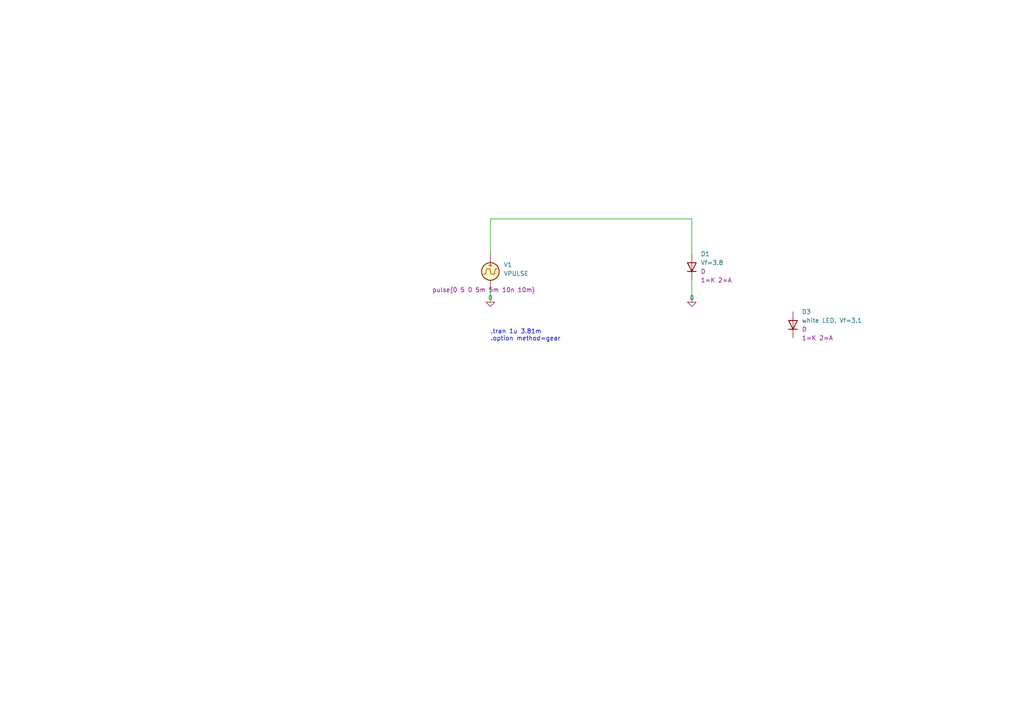
<source format=kicad_sch>
(kicad_sch (version 20230121) (generator eeschema)
  (paper "A4")
  (lib_symbols
    (symbol "Simulation_SPICE:0" (power) (pin_names (offset 0))
      (property "Value" "0" (at 0 -1.778 0))
      (symbol "0_0_1"
        (polyline (pts (xy -1.27 0) (xy 0 -1.27) (xy 1.27 0) (xy -1.27 0)))
      )
      (symbol "0_1_1"
        (pin power_in line (at 0 0 0) (length 0) hide (name "0") (number "1"))
      )
    )
    (symbol "Simulation_SPICE:D" (pin_numbers hide) (pin_names (offset 1.016) hide)
      (property "Reference" "D" (at 0 2.54 0))
      (property "Value" "D" (at 0 -2.54 0))
      (property "Sim.Device" "D" (at 0 0 0))
      (property "Sim.Pins" "1=K 2=A" (at 0 0 0))
      (symbol "D_0_1"
        (polyline (pts (xy -1.27 1.27) (xy -1.27 -1.27)) (stroke (width 0.254)))
        (polyline (pts (xy 1.27 0) (xy -1.27 0)))
        (polyline (pts (xy 1.27 1.27) (xy 1.27 -1.27) (xy -1.27 0) (xy 1.27 1.27)) (stroke (width 0.254)))
      )
      (symbol "D_1_1"
        (pin passive line (at -3.81 0 0) (length 2.54) (name "K") (number "1"))
        (pin passive line (at 3.81 0 180) (length 2.54) (name "A") (number "2"))
      )
    )
    (symbol "Simulation_SPICE:VPULSE" (pin_numbers hide) (pin_names (offset 0.0254))
      (property "Reference" "V" (at 2.54 2.54 0))
      (property "Value" "VPULSE" (at 2.54 0 0))
      (property "Sim.Params" "y1=0 y2=1 td=2n tr=2n tf=2n tw=50n per=100n" (at 2.54 -2.54 0))
      (symbol "VPULSE_0_0"
        (polyline (pts (xy -2.032 -0.762) (xy -1.397 -0.762) (xy -1.143 0.762) (xy -0.127 0.762) (xy 0.127 -0.762) (xy 1.143 -0.762) (xy 1.397 0.762) (xy 2.032 0.762)))
        (text "+" (at 0 1.905 0) (effects (font (size 1.27 1.27))))
      )
      (symbol "VPULSE_0_1"
        (circle (center 0 0) (radius 2.54) (stroke (width 0.254)) (fill (type background)))
      )
      (symbol "VPULSE_1_1"
        (pin passive line (at 0 5.08 270) (length 2.54) (name "~") (number "1"))
        (pin passive line (at 0 -5.08 90) (length 2.54) (name "~") (number "2"))
      )
    )
  )
  (wire (pts (xy 142.24 83.82) (xy 142.24 87.63)))
  (wire (pts (xy 200.66 81.28) (xy 200.66 87.63)))
  (wire (pts (xy 142.24 63.5) (xy 142.24 73.66)))
  (wire (pts (xy 142.24 63.5) (xy 200.66 63.5)))
  (wire (pts (xy 200.66 63.5) (xy 200.66 73.66)))
  (text ".tran 1u 3.81m \n.option method=gear" (at 142.24 99.06 0) (effects (font (size 1.27 1.27)) (justify left bottom)))
  (symbol (lib_id "Simulation_SPICE:VPULSE") (at 142.24 78.74 0) (unit 1)
    (property "Reference" "V1" (at 146.05 76.7992 0) (effects (justify left)))
    (property "Value" "VPULSE" (at 146.05 79.3392 0) (effects (justify left)))
    (property "Sim.Pins" "1=+ 2=-" (effects hide))
    (property "Sim.Type" "PULSE" (effects hide))
    (property "Sim.Device" "V" (effects hide))
    (property "Sim.Params" "pulse(0 5 0 5m 5m 10n 10m)" (at 125.349 84.074 0) (effects (justify left)))
  )
  (symbol (lib_id "Simulation_SPICE:D") (at 229.997 94.234 90) (unit 1)
    (property "Reference" "D3" (at 232.537 90.424 90) (effects (justify right)))
    (property "Value" "white LED, Vf=3.1" (at 232.537 92.964 90) (effects (justify right)))
    (property "Sim.Device" "D" (at 232.537 95.504 90) (effects (justify right)))
    (property "Sim.Pins" "1=K 2=A" (at 232.537 98.044 90) (effects (justify right)))
    (property "Sim.Params" "is=1.417n rs=0 n=7.3" (effects hide))
  )
  (symbol (lib_id "Simulation_SPICE:0") (at 200.66 87.63 0) (unit 1)
    (property "Reference" "#GND03" (effects hide))
    (property "Value" "0" (at 200.66 86.36 0))
  )
  (symbol (lib_id "Simulation_SPICE:D") (at 200.66 77.47 90) (unit 1)
    (property "Reference" "D1" (at 203.2 73.66 90) (effects (justify right)))
    (property "Value" "Vf=3.8" (at 203.2 76.2 90) (effects (justify right)))
    (property "Sim.Device" "D" (at 203.2 78.74 90) (effects (justify right)))
    (property "Sim.Pins" "1=K 2=A" (at 203.2 81.28 90) (effects (justify right)))
    (property "Sim.Params" "is=0.85n rs=0 n=8.6" (effects hide))
  )
  (symbol (lib_id "Simulation_SPICE:0") (at 142.24 87.63 0) (unit 1)
    (property "Reference" "#GND02" (effects hide))
    (property "Value" "0" (at 142.24 86.36 0))
  )
)
</source>
